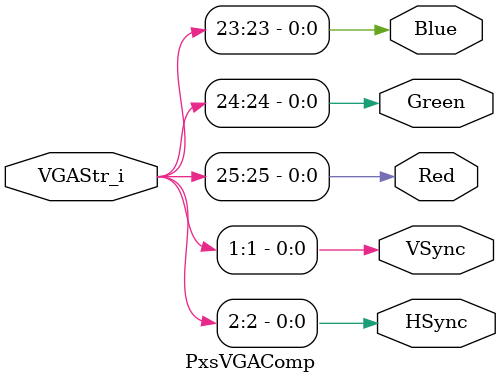
<source format=v>
module PxsVGAComp (
            input wire [25:0] VGAStr_i, // Input stream
            output wire      HSync,         // Horizontal sync out
            output wire      VSync,         // Vertical sync out
            output wire      Red,   // RED vga output
            output wire      Green, // GREEN vga output
            output wire      Blue  // BLUE vga output
         );
         
// alias 
`define Active 0:0
`define VS 1:1
`define HS 2:2
`define YC 12:3
`define XC 22:13
`define B 23:23
`define G 24:24
`define R 25:25
   
    assign HSync = VGAStr_i[`HS];
    assign VSync = VGAStr_i[`VS];
    assign Red = VGAStr_i[`R];
    assign Green = VGAStr_i[`G];
    assign Blue = VGAStr_i[`B];
    
 endmodule

</source>
